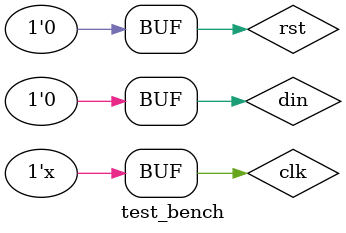
<source format=v>
`timescale 1ns / 1ps


module test_bench(
    );
      wire [7:0]count;
      reg clk,rst;
      reg din;//[7:0]in;
      OneForConsecutiveOnes q(count,clk,rst,din);
      always #5 clk=~clk;
      initial begin
      clk<=1;// in<=93;
      rst<=1;
      #10 rst<=0;
      //#20 in<=91;
      #20 din<=1;
      #20 din<=1;
      #20 din<=1;
      #20 din<=1;
      #20 din<=0;
      #20 din<=0;
      #20 din<=1;
      #20 din<=0;
      #20 din<=1;
      #20 din<=0;
      #20 din<=0;
      #20 din<=1;
      #20 din<=1;
      #20 din<=0;
      #20 din<=1;
      #20 din<=1;
      #20 din<=0;
      #20 din<=1;
      #20 din<=0;
      #20 din<=1;
      #20 din<=0;
      #20 din<=0;
      #20 din<=1;
      #20 din<=0;
      #20 din<=1;
      #20 din<=0;
      #20 din<=0;
      #20 din<=1;
      #20 din<=1;
      #20 din<=0;
      #20 din<=1;
      #20 din<=1;
      #20 din<=0;
      #20 din<=1;
      #20 din<=0;
      end
endmodule

</source>
